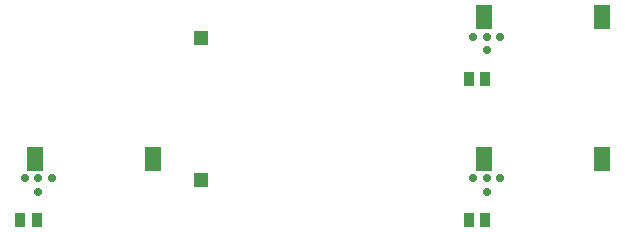
<source format=gbs>
G04*
G04 #@! TF.GenerationSoftware,Altium Limited,Altium Designer,21.7.2 (23)*
G04*
G04 Layer_Color=16711935*
%FSLAX25Y25*%
%MOIN*%
G70*
G04*
G04 #@! TF.SameCoordinates,CCBFC18A-A892-47F7-AC39-C920CB58EF18*
G04*
G04*
G04 #@! TF.FilePolarity,Negative*
G04*
G01*
G75*
%ADD49C,0.02800*%
%ADD50R,0.04737X0.04737*%
%ADD51R,0.03635X0.04658*%
%ADD52R,0.05721X0.07887*%
D49*
X210976Y106714D02*
D03*
X215476Y102214D02*
D03*
Y106714D02*
D03*
Y111214D02*
D03*
X219976Y106714D02*
D03*
X210976Y59470D02*
D03*
X215476Y54970D02*
D03*
Y59470D02*
D03*
Y63970D02*
D03*
X219976Y59470D02*
D03*
X61370D02*
D03*
X65870Y54970D02*
D03*
Y59470D02*
D03*
Y63970D02*
D03*
X70370Y59470D02*
D03*
D50*
X120079Y106327D02*
D03*
Y59083D02*
D03*
D51*
X214993Y92714D02*
D03*
X209560D02*
D03*
X214993Y45470D02*
D03*
X209560D02*
D03*
X65387D02*
D03*
X59953D02*
D03*
D52*
X253837Y113136D02*
D03*
X214467D02*
D03*
X253837Y65892D02*
D03*
X214467D02*
D03*
X104231D02*
D03*
X64861D02*
D03*
M02*

</source>
